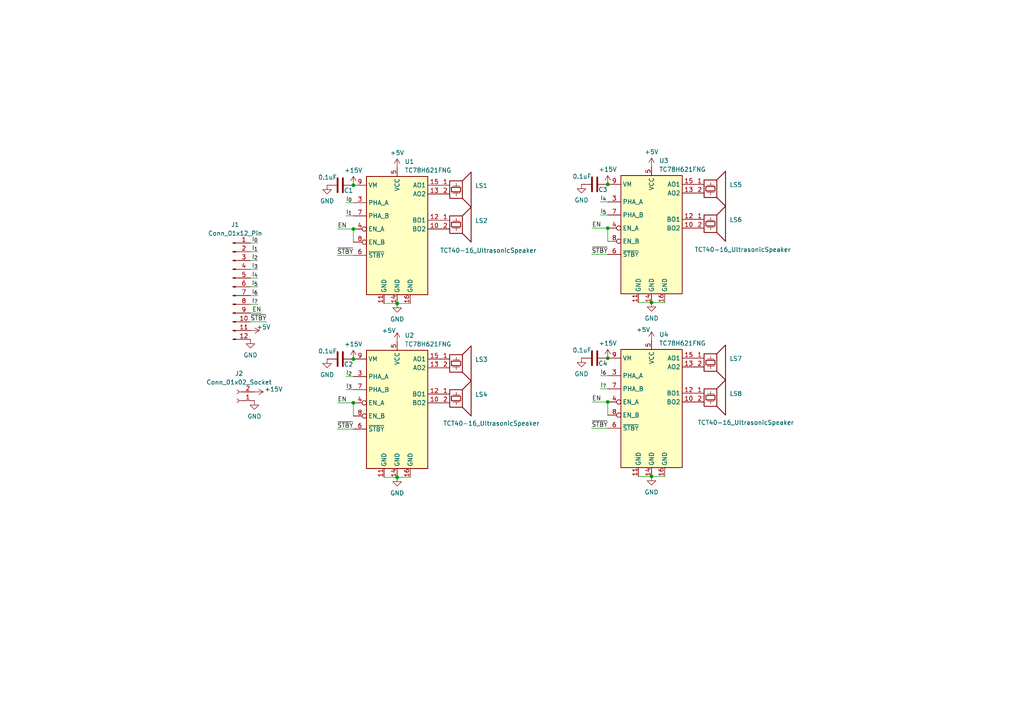
<source format=kicad_sch>
(kicad_sch (version 20230121) (generator eeschema)
  (paper "A4")
  (lib_symbols
    (symbol "Connector:Conn_01x02_Socket" (pin_names (offset 1.016) hide)
      (property "Reference" "J" (at 0 2.54 0))
      (property "Value" "Conn_01x02_Socket" (at 0 -5.08 0))
      (symbol "Conn_01x02_Socket_1_1"
        (arc (start 0 -2.032) (mid -0.5058 -2.54) (end 0 -3.048) (stroke (width 0.1524)))
        (polyline (pts (xy -1.27 -2.54) (xy -0.508 -2.54)) (stroke (width 0.1524)))
        (polyline (pts (xy -1.27 0) (xy -0.508 0)) (stroke (width 0.1524)))
        (arc (start 0 0.508) (mid -0.5058 0) (end 0 -0.508) (stroke (width 0.1524)))
        (pin passive line (at -5.08 0 0) (length 3.81) (name "Pin_1") (number "1"))
        (pin passive line (at -5.08 -2.54 0) (length 3.81) (name "Pin_2") (number "2"))
      )
    )
    (symbol "Connector:Conn_01x12_Pin" (pin_names (offset 1.016) hide)
      (property "Reference" "J" (at 0 15.24 0))
      (property "Value" "Conn_01x12_Pin" (at 0 -17.78 0))
      (symbol "Conn_01x12_Pin_1_1"
        (polyline (pts (xy 1.27 -15.24) (xy 0.8636 -15.24)) (stroke (width 0.1524)))
        (polyline (pts (xy 1.27 -12.7) (xy 0.8636 -12.7)) (stroke (width 0.1524)))
        (polyline (pts (xy 1.27 -10.16) (xy 0.8636 -10.16)) (stroke (width 0.1524)))
        (polyline (pts (xy 1.27 -7.62) (xy 0.8636 -7.62)) (stroke (width 0.1524)))
        (polyline (pts (xy 1.27 -5.08) (xy 0.8636 -5.08)) (stroke (width 0.1524)))
        (polyline (pts (xy 1.27 -2.54) (xy 0.8636 -2.54)) (stroke (width 0.1524)))
        (polyline (pts (xy 1.27 0) (xy 0.8636 0)) (stroke (width 0.1524)))
        (polyline (pts (xy 1.27 2.54) (xy 0.8636 2.54)) (stroke (width 0.1524)))
        (polyline (pts (xy 1.27 5.08) (xy 0.8636 5.08)) (stroke (width 0.1524)))
        (polyline (pts (xy 1.27 7.62) (xy 0.8636 7.62)) (stroke (width 0.1524)))
        (polyline (pts (xy 1.27 10.16) (xy 0.8636 10.16)) (stroke (width 0.1524)))
        (polyline (pts (xy 1.27 12.7) (xy 0.8636 12.7)) (stroke (width 0.1524)))
        (rectangle (start 0.8636 -15.113) (end 0 -15.367) (stroke (width 0.1524)) (fill (type outline)))
        (rectangle (start 0.8636 -12.573) (end 0 -12.827) (stroke (width 0.1524)) (fill (type outline)))
        (rectangle (start 0.8636 -10.033) (end 0 -10.287) (stroke (width 0.1524)) (fill (type outline)))
        (rectangle (start 0.8636 -7.493) (end 0 -7.747) (stroke (width 0.1524)) (fill (type outline)))
        (rectangle (start 0.8636 -4.953) (end 0 -5.207) (stroke (width 0.1524)) (fill (type outline)))
        (rectangle (start 0.8636 -2.413) (end 0 -2.667) (stroke (width 0.1524)) (fill (type outline)))
        (rectangle (start 0.8636 0.127) (end 0 -0.127) (stroke (width 0.1524)) (fill (type outline)))
        (rectangle (start 0.8636 2.667) (end 0 2.413) (stroke (width 0.1524)) (fill (type outline)))
        (rectangle (start 0.8636 5.207) (end 0 4.953) (stroke (width 0.1524)) (fill (type outline)))
        (rectangle (start 0.8636 7.747) (end 0 7.493) (stroke (width 0.1524)) (fill (type outline)))
        (rectangle (start 0.8636 10.287) (end 0 10.033) (stroke (width 0.1524)) (fill (type outline)))
        (rectangle (start 0.8636 12.827) (end 0 12.573) (stroke (width 0.1524)) (fill (type outline)))
        (pin passive line (at 5.08 12.7 180) (length 3.81) (name "Pin_1") (number "1"))
        (pin passive line (at 5.08 -10.16 180) (length 3.81) (name "Pin_10") (number "10"))
        (pin passive line (at 5.08 -12.7 180) (length 3.81) (name "Pin_11") (number "11"))
        (pin passive line (at 5.08 -15.24 180) (length 3.81) (name "Pin_12") (number "12"))
        (pin passive line (at 5.08 10.16 180) (length 3.81) (name "Pin_2") (number "2"))
        (pin passive line (at 5.08 7.62 180) (length 3.81) (name "Pin_3") (number "3"))
        (pin passive line (at 5.08 5.08 180) (length 3.81) (name "Pin_4") (number "4"))
        (pin passive line (at 5.08 2.54 180) (length 3.81) (name "Pin_5") (number "5"))
        (pin passive line (at 5.08 0 180) (length 3.81) (name "Pin_6") (number "6"))
        (pin passive line (at 5.08 -2.54 180) (length 3.81) (name "Pin_7") (number "7"))
        (pin passive line (at 5.08 -5.08 180) (length 3.81) (name "Pin_8") (number "8"))
        (pin passive line (at 5.08 -7.62 180) (length 3.81) (name "Pin_9") (number "9"))
      )
    )
    (symbol "Device:C" (pin_numbers hide) (pin_names (offset 0.254))
      (property "Reference" "C" (at 0.635 2.54 0))
      (property "Value" "C" (at 0.635 -2.54 0))
      (symbol "C_0_1"
        (polyline (pts (xy -2.032 -0.762) (xy 2.032 -0.762)) (stroke (width 0.508)))
        (polyline (pts (xy -2.032 0.762) (xy 2.032 0.762)) (stroke (width 0.508)))
      )
      (symbol "C_1_1"
        (pin passive line (at 0 3.81 270) (length 2.794) (name "~") (number "1"))
        (pin passive line (at 0 -3.81 90) (length 2.794) (name "~") (number "2"))
      )
    )
    (symbol "Device:Speaker_Ultrasound" (pin_names (offset 0) hide)
      (property "Reference" "LS" (at 0.635 5.715 0))
      (property "Value" "Speaker_Ultrasound" (at 0.635 3.81 0))
      (symbol "Speaker_Ultrasound_0_0"
        (rectangle (start -2.54 1.27) (end 1.143 -3.81) (stroke (width 0.254)))
        (rectangle (start -2.032 -0.635) (end 0.635 -1.905) (stroke (width 0.254)))
        (polyline (pts (xy -1.651 -2.286) (xy 0.381 -2.286)))
        (polyline (pts (xy -1.651 -0.254) (xy 0.381 -0.254)))
        (polyline (pts (xy -0.635 -2.286) (xy -0.635 -3.048)))
        (polyline (pts (xy -0.635 -0.254) (xy -0.635 0.508)))
        (polyline (pts (xy 1.143 1.27) (xy 3.683 3.81) (xy 3.683 -6.35) (xy 1.143 -3.81)) (stroke (width 0.254)))
      )
      (symbol "Speaker_Ultrasound_1_1"
        (pin input line (at -5.08 0 0) (length 2.54) (name "1") (number "1"))
        (pin input line (at -5.08 -2.54 0) (length 2.54) (name "2") (number "2"))
      )
    )
    (symbol "NE555P_1"
      (property "Reference" "U2" (at 2.1941 11.938 0))
      (property "Value" "TC78H621FNG" (at 2.1941 9.398 0))
      (symbol "NE555P_1_0_1"
        (rectangle (start -8.89 7.62) (end 8.89 -26.67) (stroke (width 0.254)) (fill (type background)))
      )
      (symbol "NE555P_1_1_0"
        (pin power_in line (at -3.81 -29.21 90) (length 2.54) (name "GND") (number "11"))
        (pin power_in line (at 0 -29.21 90) (length 2.54) (name "GND") (number "14"))
        (pin power_in line (at 3.81 -29.21 90) (length 2.54) (name "GND") (number "16"))
        (pin power_in line (at 0 10.16 270) (length 2.54) (name "VCC") (number "5"))
      )
      (symbol "NE555P_1_1_1"
        (pin no_connect line (at 12.7 -12.7 180) (length 3.81) hide (name "NC") (number "1"))
        (pin input line (at 12.7 -7.62 180) (length 3.81) (name "BO2") (number "10"))
        (pin output line (at 12.7 -5.08 180) (length 3.81) (name "BO1") (number "12"))
        (pin input line (at 12.7 2.54 180) (length 3.81) (name "AO2") (number "13"))
        (pin output line (at 12.7 5.08 180) (length 3.81) (name "AO1") (number "15"))
        (pin no_connect line (at 12.7 -15.24 180) (length 3.81) hide (name "NC") (number "2"))
        (pin input line (at -12.7 0 0) (length 3.81) (name "PHA_A") (number "3"))
        (pin input inverted (at -12.7 -7.62 0) (length 3.81) (name "EN_A") (number "4"))
        (pin input line (at -12.7 -15.24 0) (length 3.81) (name "~{STBY}") (number "6"))
        (pin input line (at -12.7 -3.81 0) (length 3.81) (name "PHA_B") (number "7"))
        (pin input inverted (at -12.7 -11.43 0) (length 3.81) (name "EN_B") (number "8"))
        (pin input line (at -12.7 5.08 0) (length 3.81) (name "VM") (number "9"))
      )
    )
    (symbol "NE555P_2"
      (property "Reference" "U1" (at 2.1941 11.938 0))
      (property "Value" "TC78H621FNG" (at 2.1941 9.398 0))
      (symbol "NE555P_2_0_1"
        (rectangle (start -8.89 7.62) (end 8.89 -26.67) (stroke (width 0.254)) (fill (type background)))
      )
      (symbol "NE555P_2_1_0"
        (pin power_in line (at -3.81 -29.21 90) (length 2.54) (name "GND") (number "11"))
        (pin power_in line (at 0 -29.21 90) (length 2.54) (name "GND") (number "14"))
        (pin power_in line (at 3.81 -29.21 90) (length 2.54) (name "GND") (number "16"))
        (pin power_in line (at 0 10.16 270) (length 2.54) (name "VCC") (number "5"))
      )
      (symbol "NE555P_2_1_1"
        (pin no_connect line (at 12.7 -12.7 180) (length 3.81) hide (name "NC") (number "1"))
        (pin input line (at 12.7 -7.62 180) (length 3.81) (name "BO2") (number "10"))
        (pin output line (at 12.7 -5.08 180) (length 3.81) (name "BO1") (number "12"))
        (pin input line (at 12.7 2.54 180) (length 3.81) (name "AO2") (number "13"))
        (pin output line (at 12.7 5.08 180) (length 3.81) (name "AO1") (number "15"))
        (pin no_connect line (at 12.7 -15.24 180) (length 3.81) hide (name "NC") (number "2"))
        (pin input line (at -12.7 0 0) (length 3.81) (name "PHA_A") (number "3"))
        (pin input inverted (at -12.7 -7.62 0) (length 3.81) (name "EN_A") (number "4"))
        (pin input line (at -12.7 -15.24 0) (length 3.81) (name "~{STBY}") (number "6"))
        (pin input line (at -12.7 -3.81 0) (length 3.81) (name "PHA_B") (number "7"))
        (pin input inverted (at -12.7 -11.43 0) (length 3.81) (name "EN_B") (number "8"))
        (pin input line (at -12.7 5.08 0) (length 3.81) (name "VM") (number "9"))
      )
    )
    (symbol "NE555P_3"
      (property "Reference" "U3" (at 2.1941 11.938 0))
      (property "Value" "TC78H621FNG" (at 2.1941 9.398 0))
      (symbol "NE555P_3_0_1"
        (rectangle (start -8.89 7.62) (end 8.89 -26.67) (stroke (width 0.254)) (fill (type background)))
      )
      (symbol "NE555P_3_1_0"
        (pin power_in line (at -3.81 -29.21 90) (length 2.54) (name "GND") (number "11"))
        (pin power_in line (at 0 -29.21 90) (length 2.54) (name "GND") (number "14"))
        (pin power_in line (at 3.81 -29.21 90) (length 2.54) (name "GND") (number "16"))
        (pin power_in line (at 0 10.16 270) (length 2.54) (name "VCC") (number "5"))
      )
      (symbol "NE555P_3_1_1"
        (pin no_connect line (at 12.7 -13.97 180) (length 3.81) hide (name "NC") (number "1"))
        (pin input line (at 12.7 -7.62 180) (length 3.81) (name "BO2") (number "10"))
        (pin output line (at 12.7 -5.08 180) (length 3.81) (name "BO1") (number "12"))
        (pin input line (at 12.7 2.54 180) (length 3.81) (name "AO2") (number "13"))
        (pin output line (at 12.7 5.08 180) (length 3.81) (name "AO1") (number "15"))
        (pin no_connect line (at 12.7 -16.51 180) (length 3.81) hide (name "NC") (number "2"))
        (pin input line (at -12.7 0 0) (length 3.81) (name "PHA_A") (number "3"))
        (pin input inverted (at -12.7 -7.62 0) (length 3.81) (name "EN_A") (number "4"))
        (pin input line (at -12.7 -15.24 0) (length 3.81) (name "~{STBY}") (number "6"))
        (pin input line (at -12.7 -3.81 0) (length 3.81) (name "PHA_B") (number "7"))
        (pin input inverted (at -12.7 -11.43 0) (length 3.81) (name "EN_B") (number "8"))
        (pin input line (at -12.7 5.08 0) (length 3.81) (name "VM") (number "9"))
      )
    )
    (symbol "Timer:NE555P"
      (property "Reference" "U4" (at 2.1941 11.938 0))
      (property "Value" "TC78H621FNG" (at 2.1941 9.398 0))
      (symbol "NE555P_0_1"
        (rectangle (start -8.89 7.62) (end 8.89 -26.67) (stroke (width 0.254)) (fill (type background)))
      )
      (symbol "NE555P_1_0"
        (pin power_in line (at -3.81 -29.21 90) (length 2.54) (name "GND") (number "11"))
        (pin power_in line (at 0 -29.21 90) (length 2.54) (name "GND") (number "14"))
        (pin power_in line (at 3.81 -29.21 90) (length 2.54) (name "GND") (number "16"))
        (pin power_in line (at 0 10.16 270) (length 2.54) (name "VCC") (number "5"))
      )
      (symbol "NE555P_1_1"
        (pin no_connect line (at 12.7 -15.24 180) (length 3.81) hide (name "NC") (number "1"))
        (pin input line (at 12.7 -7.62 180) (length 3.81) (name "BO2") (number "10"))
        (pin output line (at 12.7 -5.08 180) (length 3.81) (name "BO1") (number "12"))
        (pin input line (at 12.7 2.54 180) (length 3.81) (name "AO2") (number "13"))
        (pin output line (at 12.7 5.08 180) (length 3.81) (name "AO1") (number "15"))
        (pin no_connect line (at 12.7 -17.78 180) (length 3.81) hide (name "NC") (number "2"))
        (pin input line (at -12.7 0 0) (length 3.81) (name "PHA_A") (number "3"))
        (pin input inverted (at -12.7 -7.62 0) (length 3.81) (name "EN_A") (number "4"))
        (pin input line (at -12.7 -15.24 0) (length 3.81) (name "~{STBY}") (number "6"))
        (pin input line (at -12.7 -3.81 0) (length 3.81) (name "PHA_B") (number "7"))
        (pin input inverted (at -12.7 -11.43 0) (length 3.81) (name "EN_B") (number "8"))
        (pin input line (at -12.7 5.08 0) (length 3.81) (name "VM") (number "9"))
      )
    )
    (symbol "power:+15V" (power) (pin_names (offset 0))
      (property "Value" "+15V" (at 0 3.556 0))
      (symbol "+15V_0_1"
        (polyline (pts (xy -0.762 1.27) (xy 0 2.54)))
        (polyline (pts (xy 0 0) (xy 0 2.54)))
        (polyline (pts (xy 0 2.54) (xy 0.762 1.27)))
      )
      (symbol "+15V_1_1"
        (pin power_in line (at 0 0 90) (length 0) hide (name "+15V") (number "1"))
      )
    )
    (symbol "power:+5V" (power) (pin_names (offset 0))
      (property "Value" "+5V" (at 0 3.556 0))
      (symbol "+5V_0_1"
        (polyline (pts (xy -0.762 1.27) (xy 0 2.54)))
        (polyline (pts (xy 0 0) (xy 0 2.54)))
        (polyline (pts (xy 0 2.54) (xy 0.762 1.27)))
      )
      (symbol "+5V_1_1"
        (pin power_in line (at 0 0 90) (length 0) hide (name "+5V") (number "1"))
      )
    )
    (symbol "power:GND" (power) (pin_names (offset 0))
      (property "Value" "GND" (at 0 -3.81 0))
      (symbol "GND_0_1"
        (polyline (pts (xy 0 0) (xy 0 -1.27) (xy 1.27 -1.27) (xy 0 -2.54) (xy -1.27 -1.27) (xy 0 -1.27)))
      )
      (symbol "GND_1_1"
        (pin power_in line (at 0 0 270) (length 0) hide (name "GND") (number "1"))
      )
    )
  )
  (junction (at 176.276 103.886))
  (junction (at 102.489 53.721))
  (junction (at 176.276 66.167))
  (junction (at 115.189 88.011))
  (junction (at 102.489 104.14))
  (junction (at 176.276 116.586))
  (junction (at 115.189 138.43))
  (junction (at 176.276 53.467))
  (junction (at 188.976 87.757))
  (junction (at 102.489 116.84))
  (junction (at 188.976 138.176))
  (junction (at 102.489 66.421))
  (wire (pts (xy 97.917 116.84) (xy 102.489 116.84)))
  (wire (pts (xy 174.117 62.357) (xy 176.276 62.357)))
  (wire (pts (xy 111.379 138.43) (xy 115.189 138.43)))
  (wire (pts (xy 171.577 124.206) (xy 176.276 124.206)))
  (wire (pts (xy 74.803 85.725) (xy 72.644 85.725)))
  (wire (pts (xy 74.803 70.485) (xy 72.644 70.485)))
  (wire (pts (xy 188.976 138.176) (xy 192.786 138.176)))
  (wire (pts (xy 74.803 78.105) (xy 72.644 78.105)))
  (wire (pts (xy 75.819 90.805) (xy 72.644 90.805)))
  (wire (pts (xy 74.803 73.025) (xy 72.644 73.025)))
  (wire (pts (xy 74.803 83.185) (xy 72.644 83.185)))
  (wire (pts (xy 74.803 88.265) (xy 72.644 88.265)))
  (wire (pts (xy 74.803 75.565) (xy 72.644 75.565)))
  (wire (pts (xy 97.79 74.041) (xy 102.489 74.041)))
  (wire (pts (xy 97.917 66.421) (xy 102.489 66.421)))
  (wire (pts (xy 74.803 80.645) (xy 72.644 80.645)))
  (wire (pts (xy 115.189 88.011) (xy 118.999 88.011)))
  (wire (pts (xy 100.33 109.22) (xy 102.489 109.22)))
  (wire (pts (xy 100.33 113.03) (xy 102.489 113.03)))
  (wire (pts (xy 77.343 93.345) (xy 72.644 93.345)))
  (wire (pts (xy 171.704 116.586) (xy 176.276 116.586)))
  (wire (pts (xy 100.33 62.611) (xy 102.489 62.611)))
  (wire (pts (xy 171.577 73.787) (xy 176.276 73.787)))
  (wire (pts (xy 176.276 66.167) (xy 176.276 69.977)))
  (wire (pts (xy 185.166 138.176) (xy 188.976 138.176)))
  (wire (pts (xy 97.79 124.46) (xy 102.489 124.46)))
  (wire (pts (xy 102.489 116.84) (xy 102.489 120.65)))
  (wire (pts (xy 174.117 108.966) (xy 176.276 108.966)))
  (wire (pts (xy 174.117 112.776) (xy 176.276 112.776)))
  (wire (pts (xy 188.976 87.757) (xy 192.786 87.757)))
  (wire (pts (xy 102.489 66.421) (xy 102.489 70.231)))
  (wire (pts (xy 111.379 88.011) (xy 115.189 88.011)))
  (wire (pts (xy 115.189 138.43) (xy 118.999 138.43)))
  (wire (pts (xy 174.117 58.547) (xy 176.276 58.547)))
  (wire (pts (xy 176.276 116.586) (xy 176.276 120.396)))
  (wire (pts (xy 100.33 58.801) (xy 102.489 58.801)))
  (wire (pts (xy 185.166 87.757) (xy 188.976 87.757)))
  (wire (pts (xy 171.704 66.167) (xy 176.276 66.167)))
  (label "I_{5}" (at 74.803 83.185 180))
  (label "I_{7}" (at 174.117 112.776 0))
  (label "I_{0}" (at 74.803 70.485 180))
  (label "I_{4}" (at 174.117 58.547 0))
  (label "~{STBY}" (at 171.577 124.206 0))
  (label "I_{1}" (at 74.803 73.025 180))
  (label "I_{5}" (at 174.117 62.357 0))
  (label "EN" (at 75.819 90.805 180))
  (label "I_{1}" (at 100.33 62.611 0))
  (label "I_{7}" (at 74.803 88.265 180))
  (label "EN" (at 97.917 116.84 0))
  (label "EN" (at 97.917 66.421 0))
  (label "EN" (at 171.704 66.167 0))
  (label "I_{2}" (at 74.803 75.565 180))
  (label "EN" (at 171.704 116.586 0))
  (label "~{STBY}" (at 97.79 74.041 0))
  (label "~{STBY}" (at 171.577 73.787 0))
  (label "I_{3}" (at 100.33 113.03 0))
  (label "I_{6}" (at 174.117 108.966 0))
  (label "I_{0}" (at 100.33 58.801 0))
  (label "I_{3}" (at 74.803 78.105 180))
  (label "I_{4}" (at 74.803 80.645 180))
  (label "~{STBY}" (at 97.79 124.46 0))
  (label "I_{6}" (at 74.803 85.725 180))
  (label "I_{2}" (at 100.33 109.22 0))
  (label "~{STBY}" (at 77.343 93.345 180))
  (symbol (lib_id "power:GND") (at 115.189 138.43 0) (unit 1)
    (property "Reference" "#PWR06" (effects hide))
    (property "Value" "GND" (at 115.189 143.002 0))
  )
  (symbol (lib_id "Device:Speaker_Ultrasound") (at 206.756 63.627 0) (unit 1)
    (property "Reference" "LS6" (at 211.582 63.754 0) (effects (justify left)))
    (property "Value" "TCT40-16_UltrasonicSpeaker" (at 201.422 72.39 0) (effects (justify left)))
  )
  (symbol (lib_id "power:GND") (at 94.869 104.14 0) (unit 1)
    (property "Reference" "#PWR08" (effects hide))
    (property "Value" "GND" (at 94.869 108.712 0))
  )
  (symbol (lib_id "Device:C") (at 98.679 104.14 90) (unit 1)
    (property "Reference" "C2" (at 101.092 105.664 90))
    (property "Value" "0.1uF" (at 94.996 101.854 90))
  )
  (symbol (lib_id "Device:C") (at 172.466 53.467 90) (unit 1)
    (property "Reference" "C3" (at 174.879 54.991 90))
    (property "Value" "0.1uF" (at 168.783 51.181 90))
  )
  (symbol (lib_id "Connector:Conn_01x02_Socket") (at 68.707 116.205 180) (unit 1)
    (property "Reference" "J2" (at 69.342 108.331 0))
    (property "Value" "Conn_01x02_Socket" (at 69.342 110.871 0))
  )
  (symbol (lib_id "power:GND") (at 168.656 103.886 0) (unit 1)
    (property "Reference" "#PWR010" (effects hide))
    (property "Value" "GND" (at 168.656 108.458 0))
  )
  (symbol (lib_id "Connector:Conn_01x12_Pin") (at 67.564 83.185 0) (unit 1)
    (property "Reference" "J1" (at 68.199 65.151 0))
    (property "Value" "Conn_01x12_Pin" (at 68.199 67.691 0))
  )
  (symbol (lib_id "power:GND") (at 94.869 53.721 0) (unit 1)
    (property "Reference" "#PWR07" (effects hide))
    (property "Value" "GND" (at 94.869 58.293 0))
  )
  (symbol (lib_id "power:+5V") (at 188.976 48.387 0) (unit 1)
    (property "Reference" "#PWR013" (effects hide))
    (property "Value" "+5V" (at 188.976 44.069 0))
  )
  (symbol (lib_id "power:+15V") (at 176.276 103.886 0) (unit 1)
    (property "Reference" "#PWR012" (effects hide))
    (property "Value" "+15V" (at 176.276 99.568 0))
  )
  (symbol (lib_id "power:+5V") (at 188.976 98.806 0) (unit 1)
    (property "Reference" "#PWR015" (effects hide))
    (property "Value" "+5V" (at 186.563 95.631 0))
  )
  (symbol (lib_id "Device:Speaker_Ultrasound") (at 132.969 53.721 0) (unit 1)
    (property "Reference" "LS1" (at 137.795 53.848 0) (effects (justify left)))
    (property "Value" "TCT40-16_UltrasonicSpeaker" (effects hide))
  )
  (symbol (lib_name "NE555P_2") (lib_id "Timer:NE555P") (at 115.189 58.801 0) (unit 1)
    (property "Reference" "U1" (at 117.3831 46.863 0) (effects (justify left)))
    (property "Value" "TC78H621FNG" (at 117.3831 49.403 0) (effects (justify left)))
  )
  (symbol (lib_id "Device:Speaker_Ultrasound") (at 132.969 114.3 0) (unit 1)
    (property "Reference" "LS4" (at 137.795 114.427 0) (effects (justify left)))
    (property "Value" "TCT40-16_UltrasonicSpeaker" (at 128.524 122.809 0) (effects (justify left)))
  )
  (symbol (lib_name "NE555P_3") (lib_id "Timer:NE555P") (at 188.976 58.547 0) (unit 1)
    (property "Reference" "U3" (at 191.1701 46.609 0) (effects (justify left)))
    (property "Value" "TC78H621FNG" (at 191.1701 49.149 0) (effects (justify left)))
  )
  (symbol (lib_id "power:+15V") (at 73.787 113.665 270) (unit 1)
    (property "Reference" "#PWR020" (effects hide))
    (property "Value" "+15V" (at 76.708 112.903 90) (effects (justify left)))
  )
  (symbol (lib_id "Device:Speaker_Ultrasound") (at 206.756 114.046 0) (unit 1)
    (property "Reference" "LS8" (at 211.582 114.173 0) (effects (justify left)))
    (property "Value" "TCT40-16_UltrasonicSpeaker" (at 202.311 122.555 0) (effects (justify left)))
  )
  (symbol (lib_id "power:+15V") (at 176.276 53.467 0) (unit 1)
    (property "Reference" "#PWR011" (effects hide))
    (property "Value" "+15V" (at 176.276 49.149 0))
  )
  (symbol (lib_id "power:GND") (at 73.787 116.205 0) (unit 1)
    (property "Reference" "#PWR019" (effects hide))
    (property "Value" "GND" (at 73.787 120.777 0))
  )
  (symbol (lib_id "Device:Speaker_Ultrasound") (at 132.969 63.881 0) (unit 1)
    (property "Reference" "LS2" (at 137.795 64.008 0) (effects (justify left)))
    (property "Value" "TCT40-16_UltrasonicSpeaker" (at 127.635 72.644 0) (effects (justify left)))
  )
  (symbol (lib_id "power:GND") (at 115.189 88.011 0) (unit 1)
    (property "Reference" "#PWR03" (effects hide))
    (property "Value" "GND" (at 115.189 92.583 0))
  )
  (symbol (lib_id "power:GND") (at 168.656 53.467 0) (unit 1)
    (property "Reference" "#PWR09" (effects hide))
    (property "Value" "GND" (at 168.656 58.039 0))
  )
  (symbol (lib_id "Device:Speaker_Ultrasound") (at 206.756 103.886 0) (unit 1)
    (property "Reference" "LS7" (at 211.582 104.013 0) (effects (justify left)))
    (property "Value" "TCT40-16_UltrasonicSpeaker" (effects hide))
  )
  (symbol (lib_id "power:+5V") (at 115.189 48.641 0) (unit 1)
    (property "Reference" "#PWR01" (effects hide))
    (property "Value" "+5V" (at 115.189 44.323 0))
  )
  (symbol (lib_name "NE555P_1") (lib_id "Timer:NE555P") (at 115.189 109.22 0) (unit 1)
    (property "Reference" "U2" (at 117.3831 97.282 0) (effects (justify left)))
    (property "Value" "TC78H621FNG" (at 117.3831 99.822 0) (effects (justify left)))
  )
  (symbol (lib_id "Device:C") (at 172.466 103.886 90) (unit 1)
    (property "Reference" "C4" (at 174.879 105.41 90))
    (property "Value" "0.1uF" (at 168.783 101.6 90))
  )
  (symbol (lib_id "power:GND") (at 188.976 87.757 0) (unit 1)
    (property "Reference" "#PWR014" (effects hide))
    (property "Value" "GND" (at 188.976 92.329 0))
  )
  (symbol (lib_id "power:+5V") (at 72.644 95.885 270) (unit 1)
    (property "Reference" "#PWR017" (effects hide))
    (property "Value" "+5V" (at 76.454 94.869 90))
  )
  (symbol (lib_id "power:+15V") (at 102.489 104.14 0) (unit 1)
    (property "Reference" "#PWR04" (effects hide))
    (property "Value" "+15V" (at 102.489 99.822 0))
  )
  (symbol (lib_id "Device:Speaker_Ultrasound") (at 206.756 53.467 0) (unit 1)
    (property "Reference" "LS5" (at 211.582 53.594 0) (effects (justify left)))
    (property "Value" "TCT40-16_UltrasonicSpeaker" (effects hide))
  )
  (symbol (lib_id "Device:Speaker_Ultrasound") (at 132.969 104.14 0) (unit 1)
    (property "Reference" "LS3" (at 137.795 104.267 0) (effects (justify left)))
    (property "Value" "TCT40-16_UltrasonicSpeaker" (effects hide))
  )
  (symbol (lib_id "power:GND") (at 72.644 98.425 0) (unit 1)
    (property "Reference" "#PWR018" (effects hide))
    (property "Value" "GND" (at 72.644 102.997 0))
  )
  (symbol (lib_id "Timer:NE555P") (at 188.976 108.966 0) (unit 1)
    (property "Reference" "U4" (at 191.1701 97.028 0) (effects (justify left)))
    (property "Value" "TC78H621FNG" (at 191.1701 99.568 0) (effects (justify left)))
  )
  (symbol (lib_id "power:GND") (at 188.976 138.176 0) (unit 1)
    (property "Reference" "#PWR016" (effects hide))
    (property "Value" "GND" (at 188.976 142.748 0))
  )
  (symbol (lib_id "power:+15V") (at 102.489 53.721 0) (unit 1)
    (property "Reference" "#PWR02" (effects hide))
    (property "Value" "+15V" (at 102.489 49.403 0))
  )
  (symbol (lib_id "power:+5V") (at 115.189 99.06 0) (unit 1)
    (property "Reference" "#PWR05" (effects hide))
    (property "Value" "+5V" (at 112.776 95.885 0))
  )
  (symbol (lib_id "Device:C") (at 98.679 53.721 90) (unit 1)
    (property "Reference" "C1" (at 101.092 55.245 90))
    (property "Value" "0.1uF" (at 94.996 51.435 90))
  )
)
</source>
